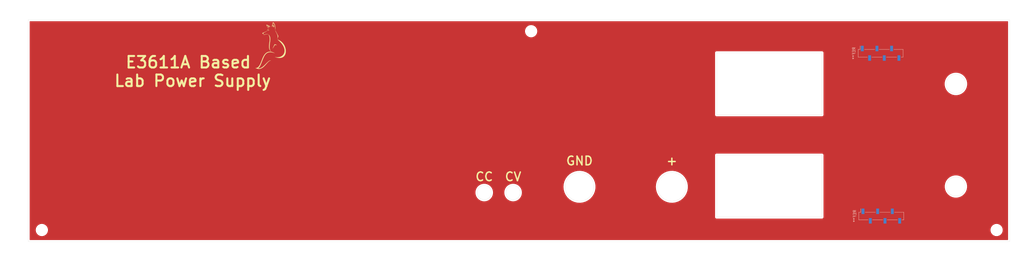
<source format=kicad_pcb>
(kicad_pcb (version 20171130) (host pcbnew 5.1.5+dfsg1-2build2)

  (general
    (thickness 1.6)
    (drawings 24)
    (tracks 0)
    (zones 0)
    (modules 6)
    (nets 1)
  )

  (page A4)
  (layers
    (0 F.Cu signal)
    (31 B.Cu signal)
    (32 B.Adhes user)
    (33 F.Adhes user)
    (34 B.Paste user)
    (35 F.Paste user)
    (36 B.SilkS user)
    (37 F.SilkS user)
    (38 B.Mask user)
    (39 F.Mask user)
    (40 Dwgs.User user)
    (41 Cmts.User user)
    (42 Eco1.User user)
    (43 Eco2.User user)
    (44 Edge.Cuts user)
    (45 Margin user)
    (46 B.CrtYd user)
    (47 F.CrtYd user)
    (48 B.Fab user)
    (49 F.Fab user)
  )

  (setup
    (last_trace_width 0.2)
    (user_trace_width 0.2)
    (user_trace_width 0.3)
    (user_trace_width 0.4)
    (user_trace_width 0.5)
    (user_trace_width 0.7)
    (user_trace_width 1)
    (user_trace_width 2)
    (trace_clearance 0.2)
    (zone_clearance 0.508)
    (zone_45_only no)
    (trace_min 0.2)
    (via_size 0.6)
    (via_drill 0.3)
    (via_min_size 0.4)
    (via_min_drill 0.3)
    (user_via 0.6 0.3)
    (uvia_size 0.3)
    (uvia_drill 0.1)
    (uvias_allowed no)
    (uvia_min_size 0.2)
    (uvia_min_drill 0.1)
    (edge_width 0.05)
    (segment_width 0.2)
    (pcb_text_width 0.3)
    (pcb_text_size 1.5 1.5)
    (mod_edge_width 0.12)
    (mod_text_size 1 1)
    (mod_text_width 0.15)
    (pad_size 1.524 1.524)
    (pad_drill 0.762)
    (pad_to_mask_clearance 0.051)
    (solder_mask_min_width 0.25)
    (aux_axis_origin 0 0)
    (visible_elements FFF9FF7F)
    (pcbplotparams
      (layerselection 0x010fc_ffffffff)
      (usegerberextensions true)
      (usegerberattributes false)
      (usegerberadvancedattributes false)
      (creategerberjobfile false)
      (excludeedgelayer true)
      (linewidth 0.100000)
      (plotframeref false)
      (viasonmask false)
      (mode 1)
      (useauxorigin false)
      (hpglpennumber 1)
      (hpglpenspeed 20)
      (hpglpendiameter 15.000000)
      (psnegative false)
      (psa4output false)
      (plotreference false)
      (plotvalue false)
      (plotinvisibletext false)
      (padsonsilk false)
      (subtractmaskfromsilk false)
      (outputformat 1)
      (mirror false)
      (drillshape 0)
      (scaleselection 1)
      (outputdirectory "GERBERFrontpanel/"))
  )

  (net 0 "")

  (net_class Default "This is the default net class."
    (clearance 0.2)
    (trace_width 0.2)
    (via_dia 0.6)
    (via_drill 0.3)
    (uvia_dia 0.3)
    (uvia_drill 0.1)
  )

  (module MountingHole:MountingHole_3.2mm_M3 (layer F.Cu) (tedit 56D1B4CB) (tstamp 604E930C)
    (at 171.25 54)
    (descr "Mounting Hole 3.2mm, no annular, M3")
    (tags "mounting hole 3.2mm no annular m3")
    (attr virtual)
    (fp_text reference REF** (at 0 -4.2) (layer F.SilkS) hide
      (effects (font (size 1 1) (thickness 0.15)))
    )
    (fp_text value MountingHole_3.2mm_M3 (at 0 4.2) (layer F.Fab)
      (effects (font (size 1 1) (thickness 0.15)))
    )
    (fp_text user %R (at 0.3 0) (layer F.Fab)
      (effects (font (size 1 1) (thickness 0.15)))
    )
    (fp_circle (center 0 0) (end 3.2 0) (layer Cmts.User) (width 0.15))
    (fp_circle (center 0 0) (end 3.45 0) (layer F.CrtYd) (width 0.05))
    (pad 1 np_thru_hole circle (at 0 0) (size 3.2 3.2) (drill 3.2) (layers *.Cu *.Mask))
  )

  (module MountingHole:MountingHole_3.2mm_M3 (layer F.Cu) (tedit 56D1B4CB) (tstamp 60B3F446)
    (at 332.5 123)
    (descr "Mounting Hole 3.2mm, no annular, M3")
    (tags "mounting hole 3.2mm no annular m3")
    (attr virtual)
    (fp_text reference REF** (at 0 -4.2) (layer F.SilkS) hide
      (effects (font (size 1 1) (thickness 0.15)))
    )
    (fp_text value MountingHole_3.2mm_M3 (at 0 4.2) (layer F.Fab)
      (effects (font (size 1 1) (thickness 0.15)))
    )
    (fp_text user %R (at 0.3 0) (layer F.Fab)
      (effects (font (size 1 1) (thickness 0.15)))
    )
    (fp_circle (center 0 0) (end 3.2 0) (layer Cmts.User) (width 0.15))
    (fp_circle (center 0 0) (end 3.45 0) (layer F.CrtYd) (width 0.05))
    (pad 1 np_thru_hole circle (at 0 0) (size 3.2 3.2) (drill 3.2) (layers *.Cu *.Mask))
  )

  (module MountingHole:MountingHole_3.2mm_M3 (layer F.Cu) (tedit 56D1B4CB) (tstamp 60B3F422)
    (at 1.75 123)
    (descr "Mounting Hole 3.2mm, no annular, M3")
    (tags "mounting hole 3.2mm no annular m3")
    (attr virtual)
    (fp_text reference REF** (at 0 -4.2) (layer F.SilkS) hide
      (effects (font (size 1 1) (thickness 0.15)))
    )
    (fp_text value MountingHole_3.2mm_M3 (at 0 4.2) (layer F.Fab)
      (effects (font (size 1 1) (thickness 0.15)))
    )
    (fp_circle (center 0 0) (end 3.45 0) (layer F.CrtYd) (width 0.05))
    (fp_circle (center 0 0) (end 3.2 0) (layer Cmts.User) (width 0.15))
    (fp_text user %R (at 0.3 0) (layer F.Fab)
      (effects (font (size 1 1) (thickness 0.15)))
    )
    (pad 1 np_thru_hole circle (at 0 0) (size 3.2 3.2) (drill 3.2) (layers *.Cu *.Mask))
  )

  (module Connector_PinSocket_2.54mm:PinSocket_1x06_P2.54mm_Vertical_SMD_Pin1Left (layer B.Cu) (tedit 5A19A427) (tstamp 604E8F12)
    (at 292.56 118.15 270)
    (descr "surface-mounted straight socket strip, 1x06, 2.54mm pitch, single row, style 1 (pin 1 left) (https://cdn.harwin.com/pdfs/M20-786.pdf), script generated")
    (tags "Surface mounted socket strip SMD 1x06 2.54mm single row style1 pin1 left")
    (attr smd)
    (fp_text reference REF** (at 0 9.22 270) (layer B.SilkS)
      (effects (font (size 1 1) (thickness 0.15)) (justify mirror))
    )
    (fp_text value PinSocket_1x06_P2.54mm_Vertical_SMD_Pin1Left (at 0 -9.22 270) (layer B.Fab)
      (effects (font (size 1 1) (thickness 0.15)) (justify mirror))
    )
    (fp_line (start -1.33 7.78) (end 1.33 7.78) (layer B.SilkS) (width 0.12))
    (fp_line (start 1.33 7.78) (end 1.33 4.57) (layer B.SilkS) (width 0.12))
    (fp_line (start 1.33 3.05) (end 1.33 -0.51) (layer B.SilkS) (width 0.12))
    (fp_line (start 1.33 -2.03) (end 1.33 -5.59) (layer B.SilkS) (width 0.12))
    (fp_line (start 1.33 -7.11) (end 1.33 -7.78) (layer B.SilkS) (width 0.12))
    (fp_line (start -1.33 -7.78) (end 1.33 -7.78) (layer B.SilkS) (width 0.12))
    (fp_line (start -1.33 7.78) (end -1.33 7.11) (layer B.SilkS) (width 0.12))
    (fp_line (start -1.33 5.59) (end -1.33 2.03) (layer B.SilkS) (width 0.12))
    (fp_line (start -1.33 0.51) (end -1.33 -3.05) (layer B.SilkS) (width 0.12))
    (fp_line (start -1.33 -4.57) (end -1.33 -7.78) (layer B.SilkS) (width 0.12))
    (fp_line (start -2.54 7.11) (end -1.33 7.11) (layer B.SilkS) (width 0.12))
    (fp_line (start -0.635 7.72) (end 1.27 7.72) (layer B.Fab) (width 0.1))
    (fp_line (start 1.27 7.72) (end 1.27 -7.72) (layer B.Fab) (width 0.1))
    (fp_line (start 1.27 -7.72) (end -1.27 -7.72) (layer B.Fab) (width 0.1))
    (fp_line (start -1.27 -7.72) (end -1.27 7.085) (layer B.Fab) (width 0.1))
    (fp_line (start -1.27 7.085) (end -0.635 7.72) (layer B.Fab) (width 0.1))
    (fp_line (start -2.27 6.65) (end -1.27 6.65) (layer B.Fab) (width 0.1))
    (fp_line (start -1.27 6.05) (end -2.27 6.05) (layer B.Fab) (width 0.1))
    (fp_line (start -2.27 6.05) (end -2.27 6.65) (layer B.Fab) (width 0.1))
    (fp_line (start 1.27 4.11) (end 2.27 4.11) (layer B.Fab) (width 0.1))
    (fp_line (start 2.27 4.11) (end 2.27 3.51) (layer B.Fab) (width 0.1))
    (fp_line (start 2.27 3.51) (end 1.27 3.51) (layer B.Fab) (width 0.1))
    (fp_line (start -2.27 1.57) (end -1.27 1.57) (layer B.Fab) (width 0.1))
    (fp_line (start -1.27 0.97) (end -2.27 0.97) (layer B.Fab) (width 0.1))
    (fp_line (start -2.27 0.97) (end -2.27 1.57) (layer B.Fab) (width 0.1))
    (fp_line (start 1.27 -0.97) (end 2.27 -0.97) (layer B.Fab) (width 0.1))
    (fp_line (start 2.27 -0.97) (end 2.27 -1.57) (layer B.Fab) (width 0.1))
    (fp_line (start 2.27 -1.57) (end 1.27 -1.57) (layer B.Fab) (width 0.1))
    (fp_line (start -2.27 -3.51) (end -1.27 -3.51) (layer B.Fab) (width 0.1))
    (fp_line (start -1.27 -4.11) (end -2.27 -4.11) (layer B.Fab) (width 0.1))
    (fp_line (start -2.27 -4.11) (end -2.27 -3.51) (layer B.Fab) (width 0.1))
    (fp_line (start 1.27 -6.05) (end 2.27 -6.05) (layer B.Fab) (width 0.1))
    (fp_line (start 2.27 -6.05) (end 2.27 -6.65) (layer B.Fab) (width 0.1))
    (fp_line (start 2.27 -6.65) (end 1.27 -6.65) (layer B.Fab) (width 0.1))
    (fp_line (start -3.1 8.25) (end 3.1 8.25) (layer B.CrtYd) (width 0.05))
    (fp_line (start 3.1 8.25) (end 3.1 -8.2) (layer B.CrtYd) (width 0.05))
    (fp_line (start 3.1 -8.2) (end -3.1 -8.2) (layer B.CrtYd) (width 0.05))
    (fp_line (start -3.1 -8.2) (end -3.1 8.25) (layer B.CrtYd) (width 0.05))
    (fp_text user %R (at 0 0) (layer B.Fab)
      (effects (font (size 1 1) (thickness 0.15)) (justify mirror))
    )
    (pad 1 smd rect (at -1.65 6.35 270) (size 1.9 1) (layers B.Cu B.Paste B.Mask))
    (pad 3 smd rect (at -1.65 1.27 270) (size 1.9 1) (layers B.Cu B.Paste B.Mask))
    (pad 5 smd rect (at -1.65 -3.81 270) (size 1.9 1) (layers B.Cu B.Paste B.Mask))
    (pad 2 smd rect (at 1.65 3.81 270) (size 1.9 1) (layers B.Cu B.Paste B.Mask))
    (pad 4 smd rect (at 1.65 -1.27 270) (size 1.9 1) (layers B.Cu B.Paste B.Mask))
    (pad 6 smd rect (at 1.65 -6.35 270) (size 1.9 1) (layers B.Cu B.Paste B.Mask))
    (model ${KISYS3DMOD}/Connector_PinSocket_2.54mm.3dshapes/PinSocket_1x06_P2.54mm_Vertical_SMD_Pin1Left.wrl
      (at (xyz 0 0 0))
      (scale (xyz 1 1 1))
      (rotate (xyz 0 0 0))
    )
  )

  (module Connector_PinSocket_2.54mm:PinSocket_1x06_P2.54mm_Vertical_SMD_Pin1Left (layer B.Cu) (tedit 5A19A427) (tstamp 604E8EE0)
    (at 292.31 61.65 270)
    (descr "surface-mounted straight socket strip, 1x06, 2.54mm pitch, single row, style 1 (pin 1 left) (https://cdn.harwin.com/pdfs/M20-786.pdf), script generated")
    (tags "Surface mounted socket strip SMD 1x06 2.54mm single row style1 pin1 left")
    (attr smd)
    (fp_text reference REF** (at 0 9.22 270) (layer B.SilkS)
      (effects (font (size 1 1) (thickness 0.15)) (justify mirror))
    )
    (fp_text value PinSocket_1x06_P2.54mm_Vertical_SMD_Pin1Left (at 0 -9.22 270) (layer B.Fab)
      (effects (font (size 1 1) (thickness 0.15)) (justify mirror))
    )
    (fp_text user %R (at 0 0) (layer B.Fab)
      (effects (font (size 1 1) (thickness 0.15)) (justify mirror))
    )
    (fp_line (start -3.1 -8.2) (end -3.1 8.25) (layer B.CrtYd) (width 0.05))
    (fp_line (start 3.1 -8.2) (end -3.1 -8.2) (layer B.CrtYd) (width 0.05))
    (fp_line (start 3.1 8.25) (end 3.1 -8.2) (layer B.CrtYd) (width 0.05))
    (fp_line (start -3.1 8.25) (end 3.1 8.25) (layer B.CrtYd) (width 0.05))
    (fp_line (start 2.27 -6.65) (end 1.27 -6.65) (layer B.Fab) (width 0.1))
    (fp_line (start 2.27 -6.05) (end 2.27 -6.65) (layer B.Fab) (width 0.1))
    (fp_line (start 1.27 -6.05) (end 2.27 -6.05) (layer B.Fab) (width 0.1))
    (fp_line (start -2.27 -4.11) (end -2.27 -3.51) (layer B.Fab) (width 0.1))
    (fp_line (start -1.27 -4.11) (end -2.27 -4.11) (layer B.Fab) (width 0.1))
    (fp_line (start -2.27 -3.51) (end -1.27 -3.51) (layer B.Fab) (width 0.1))
    (fp_line (start 2.27 -1.57) (end 1.27 -1.57) (layer B.Fab) (width 0.1))
    (fp_line (start 2.27 -0.97) (end 2.27 -1.57) (layer B.Fab) (width 0.1))
    (fp_line (start 1.27 -0.97) (end 2.27 -0.97) (layer B.Fab) (width 0.1))
    (fp_line (start -2.27 0.97) (end -2.27 1.57) (layer B.Fab) (width 0.1))
    (fp_line (start -1.27 0.97) (end -2.27 0.97) (layer B.Fab) (width 0.1))
    (fp_line (start -2.27 1.57) (end -1.27 1.57) (layer B.Fab) (width 0.1))
    (fp_line (start 2.27 3.51) (end 1.27 3.51) (layer B.Fab) (width 0.1))
    (fp_line (start 2.27 4.11) (end 2.27 3.51) (layer B.Fab) (width 0.1))
    (fp_line (start 1.27 4.11) (end 2.27 4.11) (layer B.Fab) (width 0.1))
    (fp_line (start -2.27 6.05) (end -2.27 6.65) (layer B.Fab) (width 0.1))
    (fp_line (start -1.27 6.05) (end -2.27 6.05) (layer B.Fab) (width 0.1))
    (fp_line (start -2.27 6.65) (end -1.27 6.65) (layer B.Fab) (width 0.1))
    (fp_line (start -1.27 7.085) (end -0.635 7.72) (layer B.Fab) (width 0.1))
    (fp_line (start -1.27 -7.72) (end -1.27 7.085) (layer B.Fab) (width 0.1))
    (fp_line (start 1.27 -7.72) (end -1.27 -7.72) (layer B.Fab) (width 0.1))
    (fp_line (start 1.27 7.72) (end 1.27 -7.72) (layer B.Fab) (width 0.1))
    (fp_line (start -0.635 7.72) (end 1.27 7.72) (layer B.Fab) (width 0.1))
    (fp_line (start -2.54 7.11) (end -1.33 7.11) (layer B.SilkS) (width 0.12))
    (fp_line (start -1.33 -4.57) (end -1.33 -7.78) (layer B.SilkS) (width 0.12))
    (fp_line (start -1.33 0.51) (end -1.33 -3.05) (layer B.SilkS) (width 0.12))
    (fp_line (start -1.33 5.59) (end -1.33 2.03) (layer B.SilkS) (width 0.12))
    (fp_line (start -1.33 7.78) (end -1.33 7.11) (layer B.SilkS) (width 0.12))
    (fp_line (start -1.33 -7.78) (end 1.33 -7.78) (layer B.SilkS) (width 0.12))
    (fp_line (start 1.33 -7.11) (end 1.33 -7.78) (layer B.SilkS) (width 0.12))
    (fp_line (start 1.33 -2.03) (end 1.33 -5.59) (layer B.SilkS) (width 0.12))
    (fp_line (start 1.33 3.05) (end 1.33 -0.51) (layer B.SilkS) (width 0.12))
    (fp_line (start 1.33 7.78) (end 1.33 4.57) (layer B.SilkS) (width 0.12))
    (fp_line (start -1.33 7.78) (end 1.33 7.78) (layer B.SilkS) (width 0.12))
    (pad 6 smd rect (at 1.65 -6.35 270) (size 1.9 1) (layers B.Cu B.Paste B.Mask))
    (pad 4 smd rect (at 1.65 -1.27 270) (size 1.9 1) (layers B.Cu B.Paste B.Mask))
    (pad 2 smd rect (at 1.65 3.81 270) (size 1.9 1) (layers B.Cu B.Paste B.Mask))
    (pad 5 smd rect (at -1.65 -3.81 270) (size 1.9 1) (layers B.Cu B.Paste B.Mask))
    (pad 3 smd rect (at -1.65 1.27 270) (size 1.9 1) (layers B.Cu B.Paste B.Mask))
    (pad 1 smd rect (at -1.65 6.35 270) (size 1.9 1) (layers B.Cu B.Paste B.Mask))
    (model ${KISYS3DMOD}/Connector_PinSocket_2.54mm.3dshapes/PinSocket_1x06_P2.54mm_Vertical_SMD_Pin1Left.wrl
      (at (xyz 0 0 0))
      (scale (xyz 1 1 1))
      (rotate (xyz 0 0 0))
    )
  )

  (module riklib:logo10mm (layer F.Cu) (tedit 0) (tstamp 604F8D3E)
    (at 81 59)
    (fp_text reference G*** (at 0 0) (layer F.SilkS) hide
      (effects (font (size 1.524 1.524) (thickness 0.3)))
    )
    (fp_text value LOGO (at 0.75 0) (layer F.SilkS) hide
      (effects (font (size 1.524 1.524) (thickness 0.3)))
    )
    (fp_poly (pts (xy 0.900289 -7.472025) (xy 0.898502 -7.455994) (xy 0.887858 -7.404941) (xy 0.874922 -7.336553)
      (xy 0.860814 -7.257593) (xy 0.846659 -7.174824) (xy 0.833576 -7.095009) (xy 0.822689 -7.024911)
      (xy 0.815119 -6.971294) (xy 0.811988 -6.94092) (xy 0.812339 -6.936623) (xy 0.825528 -6.945621)
      (xy 0.856049 -6.97555) (xy 0.89939 -7.021753) (xy 0.951038 -7.079575) (xy 0.952334 -7.081056)
      (xy 1.02138 -7.158035) (xy 1.070556 -7.208153) (xy 1.100045 -7.231565) (xy 1.110028 -7.228425)
      (xy 1.106093 -7.212086) (xy 1.071109 -7.114791) (xy 1.037355 -7.017621) (xy 1.006536 -6.92585)
      (xy 0.980354 -6.84475) (xy 0.960512 -6.779594) (xy 0.948713 -6.735655) (xy 0.94659 -6.718267)
      (xy 0.965594 -6.718802) (xy 1.009935 -6.727471) (xy 1.072722 -6.742754) (xy 1.137232 -6.760317)
      (xy 1.210205 -6.780331) (xy 1.27041 -6.795441) (xy 1.311071 -6.804037) (xy 1.325296 -6.804947)
      (xy 1.317029 -6.790946) (xy 1.290832 -6.756142) (xy 1.250647 -6.70529) (xy 1.200419 -6.643148)
      (xy 1.144093 -6.574471) (xy 1.08561 -6.504014) (xy 1.028917 -6.436536) (xy 0.977956 -6.376791)
      (xy 0.936671 -6.329537) (xy 0.909007 -6.299528) (xy 0.899229 -6.291126) (xy 0.891523 -6.298702)
      (xy 0.896896 -6.316709) (xy 0.911396 -6.359279) (xy 0.93259 -6.419383) (xy 0.95004 -6.467934)
      (xy 0.977477 -6.543987) (xy 0.991976 -6.591968) (xy 0.991069 -6.615776) (xy 0.972283 -6.619312)
      (xy 0.933149 -6.606477) (xy 0.876853 -6.583482) (xy 0.835954 -6.568096) (xy 0.809149 -6.560451)
      (xy 0.80704 -6.560265) (xy 0.804657 -6.575133) (xy 0.810251 -6.614474) (xy 0.822618 -6.670396)
      (xy 0.825627 -6.682219) (xy 0.840873 -6.741399) (xy 0.852186 -6.786229) (xy 0.857451 -6.808309)
      (xy 0.857592 -6.809186) (xy 0.845316 -6.803395) (xy 0.813389 -6.783177) (xy 0.78336 -6.762928)
      (xy 0.740217 -6.734335) (xy 0.709092 -6.715723) (xy 0.699575 -6.711656) (xy 0.695939 -6.726613)
      (xy 0.697037 -6.764698) (xy 0.699626 -6.791557) (xy 0.708939 -6.871457) (xy 0.636224 -6.758651)
      (xy 0.594147 -6.696458) (xy 0.564391 -6.658871) (xy 0.548296 -6.646938) (xy 0.547198 -6.661709)
      (xy 0.560277 -6.69904) (xy 0.572983 -6.730028) (xy 0.596307 -6.786951) (xy 0.628118 -6.864613)
      (xy 0.666289 -6.957814) (xy 0.708689 -7.061357) (xy 0.732524 -7.11957) (xy 0.775208 -7.222684)
      (xy 0.814127 -7.314547) (xy 0.847378 -7.390846) (xy 0.873062 -7.447266) (xy 0.889275 -7.479493)
      (xy 0.893758 -7.485431) (xy 0.900289 -7.472025)) (layer F.SilkS) (width 0.01))
    (fp_poly (pts (xy -1.000514 -6.753989) (xy -0.95241 -6.739917) (xy -0.881969 -6.717442) (xy -0.793843 -6.688075)
      (xy -0.692688 -6.653325) (xy -0.622384 -6.628648) (xy -0.49391 -6.582626) (xy -0.397077 -6.546629)
      (xy -0.331491 -6.520417) (xy -0.296756 -6.503749) (xy -0.292475 -6.496386) (xy -0.318252 -6.498088)
      (xy -0.373692 -6.508614) (xy -0.454173 -6.526734) (xy -0.545155 -6.54783) (xy -0.605369 -6.560715)
      (xy -0.636757 -6.565043) (xy -0.641261 -6.560467) (xy -0.620822 -6.546639) (xy -0.577384 -6.523215)
      (xy -0.550894 -6.509473) (xy -0.49247 -6.478138) (xy -0.447585 -6.451887) (xy -0.42309 -6.434821)
      (xy -0.42053 -6.431384) (xy -0.436052 -6.427796) (xy -0.477672 -6.427101) (xy -0.53797 -6.429292)
      (xy -0.573783 -6.431536) (xy -0.727036 -6.442414) (xy -0.611631 -6.333855) (xy -0.563857 -6.287364)
      (xy -0.5294 -6.25078) (xy -0.51271 -6.229013) (xy -0.513047 -6.225107) (xy -0.532195 -6.233876)
      (xy -0.574121 -6.258208) (xy -0.633654 -6.294943) (xy -0.705625 -6.340918) (xy -0.752541 -6.371566)
      (xy -0.828213 -6.421904) (xy -0.892886 -6.465882) (xy -0.941801 -6.500188) (xy -0.970202 -6.521509)
      (xy -0.975421 -6.526744) (xy -0.960601 -6.530681) (xy -0.922931 -6.530722) (xy -0.901626 -6.52939)
      (xy -0.840175 -6.525932) (xy -0.805375 -6.529317) (xy -0.797332 -6.54235) (xy -0.816151 -6.567836)
      (xy -0.861939 -6.60858) (xy -0.905959 -6.644371) (xy -0.959961 -6.689505) (xy -0.999796 -6.726453)
      (xy -1.020961 -6.750784) (xy -1.021628 -6.758151) (xy -1.000514 -6.753989)) (layer F.SilkS) (width 0.01))
    (fp_poly (pts (xy -1.473297 -7.259041) (xy -1.427592 -7.248948) (xy -1.361907 -7.23093) (xy -1.282064 -7.206773)
      (xy -1.193881 -7.178262) (xy -1.103177 -7.147183) (xy -1.015772 -7.115324) (xy -0.98404 -7.103152)
      (xy -0.719027 -6.989284) (xy -0.484955 -6.866205) (xy -0.280157 -6.732973) (xy -0.159802 -6.638673)
      (xy -0.111412 -6.597858) (xy -0.073707 -6.566278) (xy -0.053388 -6.54954) (xy -0.051866 -6.54837)
      (xy -0.051866 -6.536625) (xy -0.069046 -6.540278) (xy -0.111267 -6.555041) (xy -0.172668 -6.578715)
      (xy -0.247393 -6.6091) (xy -0.269139 -6.618188) (xy -0.362189 -6.657301) (xy -0.474215 -6.70439)
      (xy -0.593183 -6.754398) (xy -0.707057 -6.802263) (xy -0.74462 -6.818053) (xy -0.871333 -6.870021)
      (xy -0.985902 -6.914483) (xy -1.084824 -6.950249) (xy -1.164593 -6.97613) (xy -1.221706 -6.990936)
      (xy -1.252658 -6.993478) (xy -1.256244 -6.991748) (xy -1.252947 -6.974218) (xy -1.239075 -6.929028)
      (xy -1.215946 -6.859988) (xy -1.184881 -6.770908) (xy -1.147199 -6.665598) (xy -1.10422 -6.547869)
      (xy -1.077599 -6.475972) (xy -1.031972 -6.352452) (xy -0.990659 -6.238852) (xy -0.955017 -6.139046)
      (xy -0.926405 -6.056907) (xy -0.906179 -5.996308) (xy -0.895699 -5.961124) (xy -0.894601 -5.953944)
      (xy -0.90272 -5.964063) (xy -0.922735 -6.000927) (xy -0.952708 -6.060613) (xy -0.990703 -6.139198)
      (xy -1.034782 -6.232759) (xy -1.071502 -6.312214) (xy -1.129253 -6.438091) (xy -1.191627 -6.573901)
      (xy -1.254237 -6.710098) (xy -1.312692 -6.837136) (xy -1.362604 -6.945469) (xy -1.373018 -6.968043)
      (xy -1.413623 -7.057637) (xy -1.447981 -7.13653) (xy -1.474048 -7.199769) (xy -1.489782 -7.242403)
      (xy -1.493206 -7.259422) (xy -1.473297 -7.259041)) (layer F.SilkS) (width 0.01))
    (fp_poly (pts (xy 0.873313 -8.063362) (xy 0.91982 -8.034407) (xy 0.977037 -7.992525) (xy 1.038217 -7.942932)
      (xy 1.09661 -7.890846) (xy 1.145467 -7.841483) (xy 1.145856 -7.841053) (xy 1.254304 -7.703588)
      (xy 1.348221 -7.546849) (xy 1.427957 -7.369317) (xy 1.493864 -7.169476) (xy 1.546291 -6.945809)
      (xy 1.585589 -6.696796) (xy 1.612107 -6.420922) (xy 1.626197 -6.116668) (xy 1.628207 -5.782518)
      (xy 1.627834 -5.752848) (xy 1.626162 -5.645284) (xy 1.624359 -5.551074) (xy 1.622539 -5.474686)
      (xy 1.620816 -5.42059) (xy 1.619305 -5.393257) (xy 1.618618 -5.391192) (xy 1.615531 -5.412258)
      (xy 1.609154 -5.461557) (xy 1.600128 -5.533913) (xy 1.589098 -5.624149) (xy 1.576707 -5.727086)
      (xy 1.572631 -5.761259) (xy 1.536722 -6.051087) (xy 1.501574 -6.309552) (xy 1.46672 -6.538909)
      (xy 1.431692 -6.741415) (xy 1.396022 -6.919325) (xy 1.359243 -7.074896) (xy 1.320888 -7.210384)
      (xy 1.28049 -7.328044) (xy 1.23758 -7.430134) (xy 1.218849 -7.46861) (xy 1.150376 -7.582665)
      (xy 1.077083 -7.665626) (xy 0.999896 -7.716727) (xy 0.919737 -7.735205) (xy 0.897668 -7.734498)
      (xy 0.838552 -7.729338) (xy 0.587591 -7.149007) (xy 0.530308 -7.016559) (xy 0.476686 -6.892605)
      (xy 0.428323 -6.780836) (xy 0.386815 -6.684938) (xy 0.353759 -6.608602) (xy 0.330751 -6.555515)
      (xy 0.319387 -6.529367) (xy 0.319075 -6.528654) (xy 0.303578 -6.501763) (xy 0.293604 -6.496551)
      (xy 0.297252 -6.513589) (xy 0.310851 -6.559193) (xy 0.333344 -6.63014) (xy 0.363672 -6.723205)
      (xy 0.400777 -6.835166) (xy 0.4436 -6.962798) (xy 0.491083 -7.102878) (xy 0.530374 -7.21783)
      (xy 0.594433 -7.404544) (xy 0.648504 -7.561936) (xy 0.693506 -7.692511) (xy 0.730355 -7.798772)
      (xy 0.75997 -7.883223) (xy 0.783268 -7.948368) (xy 0.801168 -7.996712) (xy 0.814587 -8.030758)
      (xy 0.824443 -8.053011) (xy 0.831653 -8.065974) (xy 0.837137 -8.072152) (xy 0.841811 -8.074047)
      (xy 0.844267 -8.074172) (xy 0.873313 -8.063362)) (layer F.SilkS) (width 0.01))
    (fp_poly (pts (xy -0.471606 -5.439908) (xy -0.470994 -5.435372) (xy -0.484852 -5.417302) (xy -0.503314 -5.408433)
      (xy -0.530655 -5.39277) (xy -0.57424 -5.360409) (xy -0.625745 -5.317632) (xy -0.638519 -5.306372)
      (xy -0.689881 -5.263511) (xy -0.734826 -5.231287) (xy -0.765439 -5.215231) (xy -0.770206 -5.214385)
      (xy -0.805616 -5.211584) (xy -0.854717 -5.204962) (xy -0.862086 -5.203773) (xy -0.905349 -5.199889)
      (xy -0.923425 -5.208325) (xy -0.925103 -5.216574) (xy -0.913873 -5.25438) (xy -0.892589 -5.290733)
      (xy -0.830142 -5.290733) (xy -0.829193 -5.269416) (xy -0.807448 -5.266024) (xy -0.771847 -5.27944)
      (xy -0.731722 -5.306565) (xy -0.700526 -5.333217) (xy -0.693926 -5.345068) (xy -0.710225 -5.348305)
      (xy -0.720212 -5.348534) (xy -0.775675 -5.338425) (xy -0.817578 -5.310676) (xy -0.830142 -5.290733)
      (xy -0.892589 -5.290733) (xy -0.885957 -5.302059) (xy -0.849779 -5.347095) (xy -0.819392 -5.373583)
      (xy -0.784145 -5.387954) (xy -0.72638 -5.402652) (xy -0.657087 -5.415006) (xy -0.638887 -5.41746)
      (xy -0.57292 -5.426492) (xy -0.51996 -5.435154) (xy -0.488767 -5.441966) (xy -0.484735 -5.443559)
      (xy -0.471606 -5.439908)) (layer F.SilkS) (width 0.01))
    (fp_poly (pts (xy -0.537343 -5.904616) (xy -0.569378 -5.881054) (xy -0.616899 -5.850121) (xy -0.621428 -5.847315)
      (xy -0.751176 -5.75356) (xy -0.879965 -5.63559) (xy -0.999859 -5.5021) (xy -1.102923 -5.361785)
      (xy -1.170222 -5.24593) (xy -1.198644 -5.191197) (xy -1.221418 -5.150493) (xy -1.234406 -5.131133)
      (xy -1.235512 -5.130464) (xy -1.237912 -5.145144) (xy -1.234976 -5.181599) (xy -1.233342 -5.193543)
      (xy -1.203492 -5.301545) (xy -1.14644 -5.417275) (xy -1.065702 -5.534743) (xy -0.969513 -5.643241)
      (xy -0.906409 -5.703503) (xy -0.843042 -5.75877) (xy -0.787859 -5.801938) (xy -0.756794 -5.822171)
      (xy -0.697279 -5.852712) (xy -0.636567 -5.880553) (xy -0.582642 -5.90243) (xy -0.543491 -5.915078)
      (xy -0.527513 -5.915902) (xy -0.537343 -5.904616)) (layer F.SilkS) (width 0.01))
    (fp_poly (pts (xy -1.229452 -5.038136) (xy -1.231335 -5.027673) (xy -1.247774 -5.015285) (xy -1.291196 -4.990225)
      (xy -1.358194 -4.954254) (xy -1.445362 -4.909134) (xy -1.549294 -4.856626) (xy -1.666584 -4.798493)
      (xy -1.793825 -4.736495) (xy -1.801232 -4.732918) (xy -2.363378 -4.461531) (xy -2.481126 -4.24169)
      (xy -2.523079 -4.163885) (xy -2.559639 -4.097064) (xy -2.587796 -4.046651) (xy -2.60454 -4.018074)
      (xy -2.607554 -4.01378) (xy -2.621322 -4.0225) (xy -2.652743 -4.052108) (xy -2.697356 -4.098137)
      (xy -2.750699 -4.156123) (xy -2.758945 -4.165316) (xy -2.813252 -4.22665) (xy -2.858827 -4.27925)
      (xy -2.891231 -4.317912) (xy -2.906028 -4.337435) (xy -2.906404 -4.338228) (xy -2.892223 -4.346961)
      (xy -2.849724 -4.36717) (xy -2.781745 -4.397635) (xy -2.691122 -4.437134) (xy -2.580692 -4.484449)
      (xy -2.453293 -4.538359) (xy -2.311761 -4.597643) (xy -2.158933 -4.661082) (xy -2.082165 -4.692745)
      (xy -1.924245 -4.75779) (xy -1.775632 -4.819088) (xy -1.639247 -4.875428) (xy -1.518013 -4.925599)
      (xy -1.414852 -4.968389) (xy -1.332686 -5.002588) (xy -1.274436 -5.026985) (xy -1.243026 -5.040367)
      (xy -1.238381 -5.042498) (xy -1.229452 -5.038136)) (layer F.SilkS) (width 0.01))
    (fp_poly (pts (xy -0.783918 -4.018679) (xy -0.771335 -4.014457) (xy -0.787936 -4.006926) (xy -0.834327 -3.995968)
      (xy -0.911114 -3.981471) (xy -1.018902 -3.963319) (xy -1.158297 -3.941396) (xy -1.329905 -3.91559)
      (xy -1.522318 -3.887515) (xy -1.676184 -3.865313) (xy -1.82119 -3.844373) (xy -1.953632 -3.825232)
      (xy -2.069807 -3.808425) (xy -2.166012 -3.794489) (xy -2.238543 -3.783959) (xy -2.283697 -3.777371)
      (xy -2.296093 -3.775536) (xy -2.327166 -3.775397) (xy -2.360368 -3.787496) (xy -2.40355 -3.815769)
      (xy -2.451689 -3.853603) (xy -2.500687 -3.895319) (xy -2.537505 -3.930033) (xy -2.555851 -3.951702)
      (xy -2.556822 -3.95456) (xy -2.556114 -3.964157) (xy -2.549847 -3.967574) (xy -2.531802 -3.963217)
      (xy -2.495758 -3.94949) (xy -2.435499 -3.924801) (xy -2.426887 -3.921249) (xy -2.309146 -3.872697)
      (xy -1.59613 -3.94592) (xy -1.44264 -3.961558) (xy -1.297764 -3.97608) (xy -1.165312 -3.989122)
      (xy -1.0491 -4.000318) (xy -0.95294 -4.009303) (xy -0.880645 -4.015714) (xy -0.836029 -4.019184)
      (xy -0.82508 -4.019704) (xy -0.783918 -4.018679)) (layer F.SilkS) (width 0.01))
    (fp_poly (pts (xy 1.632462 -5.260544) (xy 1.655689 -5.230888) (xy 1.689583 -5.173251) (xy 1.734939 -5.086473)
      (xy 1.773571 -5.00851) (xy 1.811018 -4.933587) (xy 1.8619 -4.834474) (xy 1.923432 -4.716457)
      (xy 1.992828 -4.58482) (xy 2.067303 -4.444848) (xy 2.144073 -4.301826) (xy 2.215174 -4.170551)
      (xy 2.28867 -4.034793) (xy 2.359962 -3.901785) (xy 2.426742 -3.775929) (xy 2.486703 -3.661626)
      (xy 2.537535 -3.563278) (xy 2.576932 -3.485287) (xy 2.602584 -3.432055) (xy 2.603832 -3.429311)
      (xy 2.676075 -3.269506) (xy 2.51853 -2.825855) (xy 2.46399 -2.674557) (xy 2.41889 -2.554579)
      (xy 2.38284 -2.465071) (xy 2.355449 -2.40518) (xy 2.336326 -2.374054) (xy 2.325082 -2.370839)
      (xy 2.321326 -2.394684) (xy 2.321324 -2.395438) (xy 2.327051 -2.425333) (xy 2.341753 -2.473624)
      (xy 2.354448 -2.509066) (xy 2.396112 -2.639151) (xy 2.42259 -2.773923) (xy 2.435063 -2.922179)
      (xy 2.434713 -3.092717) (xy 2.434323 -3.10351) (xy 2.427448 -3.221245) (xy 2.415159 -3.333219)
      (xy 2.396146 -3.443313) (xy 2.369095 -3.55541) (xy 2.332696 -3.673394) (xy 2.285637 -3.801145)
      (xy 2.226605 -3.942547) (xy 2.154291 -4.101482) (xy 2.067381 -4.281832) (xy 1.971165 -4.474437)
      (xy 1.87204 -4.671838) (xy 1.788973 -4.840295) (xy 1.722004 -4.979721) (xy 1.671175 -5.090029)
      (xy 1.636525 -5.171131) (xy 1.618097 -5.222939) (xy 1.614834 -5.240556) (xy 1.619109 -5.263379)
      (xy 1.632462 -5.260544)) (layer F.SilkS) (width 0.01))
    (fp_poly (pts (xy 1.412382 -0.471808) (xy 1.45861 -0.461911) (xy 1.525676 -0.444417) (xy 1.608245 -0.421006)
      (xy 1.700981 -0.393358) (xy 1.798551 -0.36315) (xy 1.89562 -0.332063) (xy 1.986853 -0.301776)
      (xy 2.066917 -0.273968) (xy 2.130476 -0.250317) (xy 2.172197 -0.232504) (xy 2.186755 -0.22236)
      (xy 2.181082 -0.214989) (xy 2.161582 -0.209913) (xy 2.124535 -0.207019) (xy 2.066218 -0.206196)
      (xy 1.98291 -0.207331) (xy 1.870891 -0.210312) (xy 1.829304 -0.211608) (xy 1.471854 -0.223023)
      (xy 1.136437 0.330045) (xy 1.041388 0.486754) (xy 0.962282 0.617014) (xy 0.897604 0.723134)
      (xy 0.845839 0.807424) (xy 0.805471 0.872192) (xy 0.774986 0.919748) (xy 0.752869 0.9524)
      (xy 0.737604 0.972458) (xy 0.727676 0.982231) (xy 0.72157 0.984028) (xy 0.717772 0.980158)
      (xy 0.714765 0.972931) (xy 0.714706 0.972778) (xy 0.72016 0.95414) (xy 0.738523 0.908874)
      (xy 0.768075 0.84065) (xy 0.807096 0.753135) (xy 0.853867 0.649998) (xy 0.906668 0.534906)
      (xy 0.963778 0.411528) (xy 1.023478 0.283532) (xy 1.084047 0.154586) (xy 1.143767 0.028359)
      (xy 1.200916 -0.091483) (xy 1.253775 -0.201269) (xy 1.300625 -0.297333) (xy 1.339745 -0.376005)
      (xy 1.369416 -0.433619) (xy 1.387916 -0.466505) (xy 1.392324 -0.47243) (xy 1.412382 -0.471808)) (layer F.SilkS) (width 0.01))
    (fp_poly (pts (xy -0.697707 -3.827144) (xy -0.665888 -3.799845) (xy -0.622957 -3.756942) (xy -0.57382 -3.703805)
      (xy -0.523384 -3.645805) (xy -0.476555 -3.588311) (xy -0.43824 -3.536692) (xy -0.427155 -3.520081)
      (xy -0.337323 -3.364622) (xy -0.26298 -3.201718) (xy -0.203783 -3.028605) (xy -0.15939 -2.842523)
      (xy -0.129459 -2.640708) (xy -0.113649 -2.420398) (xy -0.111619 -2.178831) (xy -0.123026 -1.913246)
      (xy -0.147529 -1.620878) (xy -0.16857 -1.429802) (xy -0.180237 -1.333114) (xy -0.19518 -1.211689)
      (xy -0.212321 -1.074147) (xy -0.230583 -0.929109) (xy -0.248886 -0.785198) (xy -0.259833 -0.699933)
      (xy -0.29148 -0.441885) (xy -0.316058 -0.212137) (xy -0.333879 -0.006166) (xy -0.345253 0.180551)
      (xy -0.350493 0.352536) (xy -0.349909 0.514312) (xy -0.348001 0.580331) (xy -0.328061 0.856567)
      (xy -0.28859 1.107858) (xy -0.228495 1.337399) (xy -0.146688 1.548383) (xy -0.042076 1.744002)
      (xy 0.08643 1.927451) (xy 0.130577 1.981506) (xy 0.166891 2.026616) (xy 0.191269 2.061032)
      (xy 0.198721 2.077668) (xy 0.198531 2.077937) (xy 0.184581 2.069653) (xy 0.152075 2.041677)
      (xy 0.105907 1.998435) (xy 0.052767 1.946154) (xy -0.122971 1.749055) (xy -0.268455 1.540284)
      (xy -0.38534 1.316731) (xy -0.47528 1.075287) (xy -0.533745 0.844125) (xy -0.543905 0.787008)
      (xy -0.55159 0.724793) (xy -0.557094 0.651978) (xy -0.560709 0.56306) (xy -0.562727 0.452539)
      (xy -0.563443 0.314912) (xy -0.563455 0.28596) (xy -0.563339 0.184849) (xy -0.562768 0.096707)
      (xy -0.561362 0.017361) (xy -0.558744 -0.057358) (xy -0.554536 -0.131621) (xy -0.548359 -0.209597)
      (xy -0.539835 -0.295458) (xy -0.528585 -0.393374) (xy -0.514231 -0.507515) (xy -0.496396 -0.642052)
      (xy -0.4747 -0.801154) (xy -0.448765 -0.988993) (xy -0.445958 -1.009272) (xy -0.418911 -1.206674)
      (xy -0.396529 -1.375498) (xy -0.37839 -1.520423) (xy -0.36407 -1.646125) (xy -0.353145 -1.757283)
      (xy -0.345192 -1.858574) (xy -0.339787 -1.954676) (xy -0.336507 -2.050266) (xy -0.334928 -2.150022)
      (xy -0.334606 -2.239141) (xy -0.344017 -2.534985) (xy -0.372786 -2.807919) (xy -0.422077 -3.063334)
      (xy -0.493054 -3.306618) (xy -0.586881 -3.543161) (xy -0.640856 -3.656848) (xy -0.673381 -3.724584)
      (xy -0.69797 -3.78097) (xy -0.71196 -3.819529) (xy -0.713508 -3.833471) (xy -0.697707 -3.827144)) (layer F.SilkS) (width 0.01))
    (fp_poly (pts (xy 2.395477 -2.110917) (xy 2.441109 -2.098414) (xy 2.506641 -2.076134) (xy 2.586704 -2.046137)
      (xy 2.675929 -2.010483) (xy 2.768946 -1.971233) (xy 2.860388 -1.930446) (xy 2.918476 -1.903102)
      (xy 3.228532 -1.734879) (xy 3.52321 -1.537497) (xy 3.801068 -1.312418) (xy 4.060663 -1.061104)
      (xy 4.300551 -0.785017) (xy 4.519291 -0.48562) (xy 4.715439 -0.164374) (xy 4.808673 0.012107)
      (xy 4.92684 0.272624) (xy 5.032557 0.555688) (xy 5.122706 0.851525) (xy 5.194173 1.150361)
      (xy 5.225713 1.320463) (xy 5.239007 1.425539) (xy 5.248877 1.553594) (xy 5.255328 1.697404)
      (xy 5.258362 1.849743) (xy 5.257982 2.003387) (xy 5.25419 2.151109) (xy 5.24699 2.285684)
      (xy 5.236384 2.399888) (xy 5.225257 2.472715) (xy 5.154114 2.766728) (xy 5.061144 3.035522)
      (xy 4.946521 3.278913) (xy 4.810421 3.496722) (xy 4.653017 3.688768) (xy 4.474485 3.854868)
      (xy 4.274999 3.994842) (xy 4.054732 4.108508) (xy 3.813861 4.195686) (xy 3.552559 4.256194)
      (xy 3.498808 4.264936) (xy 3.380106 4.277948) (xy 3.237784 4.285546) (xy 3.081414 4.287825)
      (xy 2.920563 4.284877) (xy 2.764802 4.276797) (xy 2.6237 4.263678) (xy 2.565231 4.255808)
      (xy 2.461214 4.238399) (xy 2.345417 4.216442) (xy 2.235165 4.193324) (xy 2.178344 4.180174)
      (xy 2.105879 4.161404) (xy 2.019776 4.137304) (xy 1.925395 4.109578) (xy 1.828096 4.079931)
      (xy 1.733241 4.050066) (xy 1.646189 4.021687) (xy 1.572302 3.996499) (xy 1.51694 3.976204)
      (xy 1.485464 3.962508) (xy 1.480265 3.958277) (xy 1.482926 3.954689) (xy 1.494013 3.953759)
      (xy 1.518174 3.956131) (xy 1.56006 3.962449) (xy 1.624322 3.973355) (xy 1.715611 3.989495)
      (xy 1.749404 3.995533) (xy 2.029802 4.032291) (xy 2.314779 4.044118) (xy 2.598999 4.031646)
      (xy 2.877126 3.995506) (xy 3.143826 3.936332) (xy 3.393762 3.854754) (xy 3.56435 3.780547)
      (xy 3.794474 3.651191) (xy 4.008869 3.496814) (xy 4.203927 3.320907) (xy 4.37604 3.126961)
      (xy 4.521599 2.918469) (xy 4.59893 2.779462) (xy 4.693473 2.555981) (xy 4.762773 2.314135)
      (xy 4.806473 2.058198) (xy 4.824217 1.792444) (xy 4.815646 1.521145) (xy 4.780405 1.248577)
      (xy 4.741886 1.068145) (xy 4.646738 0.750808) (xy 4.518878 0.431518) (xy 4.3591 0.111371)
      (xy 4.168195 -0.208534) (xy 3.946957 -0.527102) (xy 3.696178 -0.843233) (xy 3.41665 -1.155831)
      (xy 3.109166 -1.463799) (xy 2.774518 -1.766039) (xy 2.573642 -1.933932) (xy 2.50524 -1.989555)
      (xy 2.446493 -2.037329) (xy 2.402159 -2.073382) (xy 2.377001 -2.093843) (xy 2.373189 -2.096943)
      (xy 2.374814 -2.111275) (xy 2.375115 -2.111583) (xy 2.395477 -2.110917)) (layer F.SilkS) (width 0.01))
    (fp_poly (pts (xy 0.076199 2.127118) (xy 0.34938 2.176349) (xy 0.624996 2.252455) (xy 0.817728 2.321638)
      (xy 0.882893 2.348716) (xy 0.960103 2.383012) (xy 1.044357 2.422043) (xy 1.130649 2.463324)
      (xy 1.213978 2.504372) (xy 1.289338 2.542702) (xy 1.351727 2.575829) (xy 1.396141 2.601269)
      (xy 1.417576 2.616539) (xy 1.417945 2.619647) (xy 1.395402 2.616876) (xy 1.348558 2.604636)
      (xy 1.284714 2.584998) (xy 1.225442 2.565051) (xy 1.136999 2.535792) (xy 1.030262 2.502869)
      (xy 0.919615 2.470611) (xy 0.832649 2.446795) (xy 0.503673 2.372222) (xy 0.192076 2.326307)
      (xy -0.102536 2.309143) (xy -0.380556 2.320824) (xy -0.64238 2.361444) (xy -0.8884 2.431095)
      (xy -1.119011 2.529871) (xy -1.334608 2.657867) (xy -1.535583 2.815174) (xy -1.722332 3.001888)
      (xy -1.777829 3.066273) (xy -1.862647 3.172236) (xy -1.944844 3.283905) (xy -2.0255 3.40347)
      (xy -2.105696 3.533123) (xy -2.18651 3.675056) (xy -2.269023 3.831459) (xy -2.354314 4.004524)
      (xy -2.443463 4.196443) (xy -2.537551 4.409406) (xy -2.637655 4.645606) (xy -2.744858 4.907232)
      (xy -2.860237 5.196477) (xy -2.984873 5.515533) (xy -2.985577 5.517351) (xy -3.101271 5.813387)
      (xy -3.207639 6.079503) (xy -3.305733 6.317782) (xy -3.396602 6.530306) (xy -3.481296 6.719158)
      (xy -3.560867 6.88642) (xy -3.636363 7.034174) (xy -3.708836 7.164504) (xy -3.779336 7.279491)
      (xy -3.848913 7.381219) (xy -3.918617 7.47177) (xy -3.989498 7.553226) (xy -4.037419 7.603)
      (xy -4.107714 7.667215) (xy -4.182624 7.725608) (xy -4.255376 7.773755) (xy -4.319197 7.807232)
      (xy -4.367315 7.821616) (xy -4.372451 7.821854) (xy -4.389639 7.833494) (xy -4.390332 7.837913)
      (xy -4.373669 7.85436) (xy -4.323822 7.866729) (xy -4.241007 7.874994) (xy -4.125436 7.87913)
      (xy -4.028676 7.879575) (xy -3.927668 7.87831) (xy -3.850617 7.874863) (xy -3.787856 7.868052)
      (xy -3.729715 7.856694) (xy -3.666524 7.839607) (xy -3.642235 7.832301) (xy -3.475423 7.77205)
      (xy -3.301682 7.690748) (xy -3.119816 7.587481) (xy -2.928629 7.461332) (xy -2.726925 7.311385)
      (xy -2.513509 7.136723) (xy -2.287186 6.936431) (xy -2.046759 6.709592) (xy -1.791034 6.455291)
      (xy -1.633499 6.293046) (xy -1.493572 6.149506) (xy -1.350678 6.007113) (xy -1.208812 5.869609)
      (xy -1.071968 5.740734) (xy -0.944142 5.624227) (xy -0.829327 5.52383) (xy -0.731519 5.443282)
      (xy -0.69982 5.418791) (xy -0.534511 5.305444) (xy -0.379792 5.22283) (xy -0.23607 5.171086)
      (xy -0.103749 5.150349) (xy 0.016767 5.160757) (xy 0.042053 5.167357) (xy 0.109337 5.187242)
      (xy 0.002628 5.200059) (xy -0.094224 5.216179) (xy -0.189057 5.241942) (xy -0.283881 5.278955)
      (xy -0.380707 5.328826) (xy -0.481549 5.393161) (xy -0.588415 5.473568) (xy -0.703319 5.571654)
      (xy -0.828271 5.689028) (xy -0.965282 5.827295) (xy -1.116365 5.988064) (xy -1.28353 6.172941)
      (xy -1.446895 6.35841) (xy -1.660447 6.600106) (xy -1.857111 6.815906) (xy -2.038979 7.007688)
      (xy -2.208143 7.177335) (xy -2.366693 7.326727) (xy -2.516722 7.457745) (xy -2.66032 7.572269)
      (xy -2.79958 7.67218) (xy -2.936592 7.759358) (xy -3.073449 7.835685) (xy -3.111211 7.85496)
      (xy -3.316057 7.948317) (xy -3.509933 8.016305) (xy -3.701336 8.060994) (xy -3.898762 8.084452)
      (xy -4.073371 8.089281) (xy -4.172517 8.086765) (xy -4.274227 8.081204) (xy -4.366227 8.073434)
      (xy -4.433413 8.064774) (xy -4.509195 8.049225) (xy -4.602242 8.02603) (xy -4.698159 7.998922)
      (xy -4.750127 7.98265) (xy -4.822951 7.957139) (xy -4.904913 7.925758) (xy -4.990236 7.891045)
      (xy -5.073143 7.855542) (xy -5.147856 7.821787) (xy -5.208599 7.792322) (xy -5.249593 7.769685)
      (xy -5.265062 7.756419) (xy -5.265072 7.756237) (xy -5.249602 7.752248) (xy -5.208367 7.750414)
      (xy -5.149192 7.750988) (xy -5.126525 7.75177) (xy -4.944565 7.744267) (xy -4.770324 7.706234)
      (xy -4.602437 7.637013) (xy -4.439534 7.535944) (xy -4.280249 7.402368) (xy -4.172718 7.291986)
      (xy -4.081145 7.18421) (xy -3.990949 7.063843) (xy -3.901165 6.928923) (xy -3.810827 6.777488)
      (xy -3.718969 6.607575) (xy -3.624627 6.417222) (xy -3.526833 6.204466) (xy -3.424623 5.967346)
      (xy -3.317031 5.703899) (xy -3.203091 5.412162) (xy -3.081837 5.090173) (xy -3.059414 5.029536)
      (xy -2.935554 4.70284) (xy -2.815897 4.406435) (xy -2.698974 4.137449) (xy -2.583317 3.89301)
      (xy -2.467459 3.67025) (xy -2.349932 3.466295) (xy -2.229268 3.278275) (xy -2.104 3.10332)
      (xy -2.019615 2.995495) (xy -1.824941 2.778049) (xy -1.616412 2.588849) (xy -1.395594 2.429029)
      (xy -1.164052 2.299726) (xy -0.927184 2.203354) (xy -0.69624 2.14288) (xy -0.449861 2.110164)
      (xy -0.191298 2.104983) (xy 0.076199 2.127118)) (layer F.SilkS) (width 0.01))
  )

  (gr_text CV (at 165 104.5) (layer F.SilkS)
    (effects (font (size 3 3) (thickness 0.5)))
  )
  (gr_text CC (at 155 104.5) (layer F.SilkS)
    (effects (font (size 3 3) (thickness 0.5)))
  )
  (gr_text + (at 220 99) (layer F.SilkS)
    (effects (font (size 3 3) (thickness 0.5)))
  )
  (gr_text "GND\n" (at 188 99) (layer F.SilkS)
    (effects (font (size 3 3) (thickness 0.5)))
  )
  (gr_circle (center 155 110) (end 157.5 110) (layer Edge.Cuts) (width 0.05) (tstamp 604E9423))
  (gr_circle (center 165 110) (end 167.5 110) (layer Edge.Cuts) (width 0.05))
  (gr_circle (center 188 108) (end 193 108) (layer Edge.Cuts) (width 0.05) (tstamp 604E9420))
  (gr_circle (center 220 108) (end 225 108) (layer Edge.Cuts) (width 0.05))
  (gr_text "E3611A Based \nLab Power Supply\n" (at 54 68) (layer F.SilkS)
    (effects (font (size 4 4) (thickness 0.7)))
  )
  (gr_line (start -3 127) (end -3 50) (layer Edge.Cuts) (width 0.05) (tstamp 604E8FBD))
  (gr_line (start 337 127) (end -3 127) (layer Edge.Cuts) (width 0.05))
  (gr_line (start 337 50) (end 337 127) (layer Edge.Cuts) (width 0.05))
  (gr_line (start 317 50) (end 337 50) (layer Edge.Cuts) (width 0.05))
  (gr_line (start -3 50) (end 317 50) (layer Edge.Cuts) (width 0.05))
  (gr_line (start 235.5 118.5) (end 235.5 97) (layer Edge.Cuts) (width 0.05) (tstamp 604E2735))
  (gr_line (start 272 118.5) (end 235.5 118.5) (layer Edge.Cuts) (width 0.05))
  (gr_line (start 272 97) (end 272 118.5) (layer Edge.Cuts) (width 0.05))
  (gr_line (start 235.5 97) (end 272 97) (layer Edge.Cuts) (width 0.05))
  (gr_line (start 235.5 83) (end 235.5 61.5) (layer Edge.Cuts) (width 0.05) (tstamp 604E272A))
  (gr_line (start 272 83) (end 235.5 83) (layer Edge.Cuts) (width 0.05))
  (gr_line (start 272 61.5) (end 272 83) (layer Edge.Cuts) (width 0.05))
  (gr_line (start 235.5 61.5) (end 272 61.5) (layer Edge.Cuts) (width 0.05))
  (gr_circle (center 318.4 72.3) (end 320.4 75) (layer Edge.Cuts) (width 0.05))
  (gr_circle (center 318.4 107.9) (end 320.7 110.3) (layer Edge.Cuts) (width 0.05))

  (zone (net 0) (net_name "") (layer F.Cu) (tstamp 6061F80A) (hatch edge 0.508)
    (connect_pads (clearance 0.508))
    (min_thickness 0.254)
    (fill yes (arc_segments 32) (thermal_gap 0.508) (thermal_bridge_width 0.508))
    (polygon
      (pts
        (xy 340.5 136) (xy -11.5 136.25) (xy -12.75 45.5) (xy 342 46)
      )
    )
    (filled_polygon
      (pts
        (xy 336.340001 126.34) (xy -2.34 126.34) (xy -2.34 122.779872) (xy -0.485 122.779872) (xy -0.485 123.220128)
        (xy -0.39911 123.651925) (xy -0.230631 124.058669) (xy 0.013962 124.424729) (xy 0.325271 124.736038) (xy 0.691331 124.980631)
        (xy 1.098075 125.14911) (xy 1.529872 125.235) (xy 1.970128 125.235) (xy 2.401925 125.14911) (xy 2.808669 124.980631)
        (xy 3.174729 124.736038) (xy 3.486038 124.424729) (xy 3.730631 124.058669) (xy 3.89911 123.651925) (xy 3.985 123.220128)
        (xy 3.985 122.779872) (xy 330.265 122.779872) (xy 330.265 123.220128) (xy 330.35089 123.651925) (xy 330.519369 124.058669)
        (xy 330.763962 124.424729) (xy 331.075271 124.736038) (xy 331.441331 124.980631) (xy 331.848075 125.14911) (xy 332.279872 125.235)
        (xy 332.720128 125.235) (xy 333.151925 125.14911) (xy 333.558669 124.980631) (xy 333.924729 124.736038) (xy 334.236038 124.424729)
        (xy 334.480631 124.058669) (xy 334.64911 123.651925) (xy 334.735 123.220128) (xy 334.735 122.779872) (xy 334.64911 122.348075)
        (xy 334.480631 121.941331) (xy 334.236038 121.575271) (xy 333.924729 121.263962) (xy 333.558669 121.019369) (xy 333.151925 120.85089)
        (xy 332.720128 120.765) (xy 332.279872 120.765) (xy 331.848075 120.85089) (xy 331.441331 121.019369) (xy 331.075271 121.263962)
        (xy 330.763962 121.575271) (xy 330.519369 121.941331) (xy 330.35089 122.348075) (xy 330.265 122.779872) (xy 3.985 122.779872)
        (xy 3.89911 122.348075) (xy 3.730631 121.941331) (xy 3.486038 121.575271) (xy 3.174729 121.263962) (xy 2.808669 121.019369)
        (xy 2.401925 120.85089) (xy 1.970128 120.765) (xy 1.529872 120.765) (xy 1.098075 120.85089) (xy 0.691331 121.019369)
        (xy 0.325271 121.263962) (xy 0.013962 121.575271) (xy -0.230631 121.941331) (xy -0.39911 122.348075) (xy -0.485 122.779872)
        (xy -2.34 122.779872) (xy -2.34 109.688305) (xy 151.835313 109.688305) (xy 151.835313 110.311695) (xy 151.95693 110.923105)
        (xy 152.19549 111.499042) (xy 152.541827 112.017371) (xy 152.982629 112.458173) (xy 153.500958 112.80451) (xy 154.076895 113.04307)
        (xy 154.688305 113.164687) (xy 155.311695 113.164687) (xy 155.923105 113.04307) (xy 156.499042 112.80451) (xy 157.017371 112.458173)
        (xy 157.458173 112.017371) (xy 157.80451 111.499042) (xy 158.04307 110.923105) (xy 158.164687 110.311695) (xy 158.164687 109.688305)
        (xy 161.835313 109.688305) (xy 161.835313 110.311695) (xy 161.95693 110.923105) (xy 162.19549 111.499042) (xy 162.541827 112.017371)
        (xy 162.982629 112.458173) (xy 163.500958 112.80451) (xy 164.076895 113.04307) (xy 164.688305 113.164687) (xy 165.311695 113.164687)
        (xy 165.923105 113.04307) (xy 166.499042 112.80451) (xy 167.017371 112.458173) (xy 167.458173 112.017371) (xy 167.80451 111.499042)
        (xy 168.04307 110.923105) (xy 168.164687 110.311695) (xy 168.164687 109.688305) (xy 168.04307 109.076895) (xy 167.80451 108.500958)
        (xy 167.46978 108) (xy 182.32 108) (xy 182.41128 109.014203) (xy 182.682186 109.995809) (xy 183.124011 110.913268)
        (xy 183.722554 111.737092) (xy 184.458578 112.440803) (xy 185.308426 113.001783) (xy 186.244783 113.402001) (xy 187.237555 113.628595)
        (xy 188.254832 113.674281) (xy 189.263919 113.537591) (xy 190.232382 113.222918) (xy 191.129095 112.740376) (xy 191.925236 112.105475)
        (xy 192.595217 111.33862) (xy 193.117503 110.46446) (xy 193.475309 109.511089) (xy 193.657134 108.509151) (xy 193.657134 108)
        (xy 214.32 108) (xy 214.41128 109.014203) (xy 214.682186 109.995809) (xy 215.124011 110.913268) (xy 215.722554 111.737092)
        (xy 216.458578 112.440803) (xy 217.308426 113.001783) (xy 218.244783 113.402001) (xy 219.237555 113.628595) (xy 220.254832 113.674281)
        (xy 221.263919 113.537591) (xy 222.232382 113.222918) (xy 223.129095 112.740376) (xy 223.925236 112.105475) (xy 224.595217 111.33862)
        (xy 225.117503 110.46446) (xy 225.475309 109.511089) (xy 225.657134 108.509151) (xy 225.657134 107.490849) (xy 225.475309 106.488911)
        (xy 225.117503 105.53554) (xy 224.595217 104.66138) (xy 223.925236 103.894525) (xy 223.129095 103.259624) (xy 222.232382 102.777082)
        (xy 221.263919 102.462409) (xy 220.254832 102.325719) (xy 219.237555 102.371405) (xy 218.244783 102.597999) (xy 217.308426 102.998217)
        (xy 216.458578 103.559197) (xy 215.722554 104.262908) (xy 215.124011 105.086732) (xy 214.682186 106.004191) (xy 214.41128 106.985797)
        (xy 214.32 108) (xy 193.657134 108) (xy 193.657134 107.490849) (xy 193.475309 106.488911) (xy 193.117503 105.53554)
        (xy 192.595217 104.66138) (xy 191.925236 103.894525) (xy 191.129095 103.259624) (xy 190.232382 102.777082) (xy 189.263919 102.462409)
        (xy 188.254832 102.325719) (xy 187.237555 102.371405) (xy 186.244783 102.597999) (xy 185.308426 102.998217) (xy 184.458578 103.559197)
        (xy 183.722554 104.262908) (xy 183.124011 105.086732) (xy 182.682186 106.004191) (xy 182.41128 106.985797) (xy 182.32 108)
        (xy 167.46978 108) (xy 167.458173 107.982629) (xy 167.017371 107.541827) (xy 166.499042 107.19549) (xy 165.923105 106.95693)
        (xy 165.311695 106.835313) (xy 164.688305 106.835313) (xy 164.076895 106.95693) (xy 163.500958 107.19549) (xy 162.982629 107.541827)
        (xy 162.541827 107.982629) (xy 162.19549 108.500958) (xy 161.95693 109.076895) (xy 161.835313 109.688305) (xy 158.164687 109.688305)
        (xy 158.04307 109.076895) (xy 157.80451 108.500958) (xy 157.458173 107.982629) (xy 157.017371 107.541827) (xy 156.499042 107.19549)
        (xy 155.923105 106.95693) (xy 155.311695 106.835313) (xy 154.688305 106.835313) (xy 154.076895 106.95693) (xy 153.500958 107.19549)
        (xy 152.982629 107.541827) (xy 152.541827 107.982629) (xy 152.19549 108.500958) (xy 151.95693 109.076895) (xy 151.835313 109.688305)
        (xy -2.34 109.688305) (xy -2.34 97) (xy 234.836807 97) (xy 234.840001 97.032429) (xy 234.84 118.467581)
        (xy 234.836807 118.5) (xy 234.84955 118.629383) (xy 234.88729 118.753793) (xy 234.948575 118.86845) (xy 235.031052 118.968948)
        (xy 235.13155 119.051425) (xy 235.246207 119.11271) (xy 235.370617 119.15045) (xy 235.5 119.163193) (xy 235.532419 119.16)
        (xy 271.967581 119.16) (xy 272 119.163193) (xy 272.032419 119.16) (xy 272.129383 119.15045) (xy 272.253793 119.11271)
        (xy 272.36845 119.051425) (xy 272.468948 118.968948) (xy 272.551425 118.86845) (xy 272.61271 118.753793) (xy 272.65045 118.629383)
        (xy 272.663193 118.5) (xy 272.66 118.467581) (xy 272.66 107.507524) (xy 314.415127 107.507524) (xy 314.415127 108.292476)
        (xy 314.568264 109.062345) (xy 314.868651 109.787545) (xy 315.304747 110.440208) (xy 315.859792 110.995253) (xy 316.512455 111.431349)
        (xy 317.237655 111.731736) (xy 318.007524 111.884873) (xy 318.792476 111.884873) (xy 319.562345 111.731736) (xy 320.287545 111.431349)
        (xy 320.940208 110.995253) (xy 321.495253 110.440208) (xy 321.931349 109.787545) (xy 322.231736 109.062345) (xy 322.384873 108.292476)
        (xy 322.384873 107.507524) (xy 322.231736 106.737655) (xy 321.931349 106.012455) (xy 321.495253 105.359792) (xy 320.940208 104.804747)
        (xy 320.287545 104.368651) (xy 319.562345 104.068264) (xy 318.792476 103.915127) (xy 318.007524 103.915127) (xy 317.237655 104.068264)
        (xy 316.512455 104.368651) (xy 315.859792 104.804747) (xy 315.304747 105.359792) (xy 314.868651 106.012455) (xy 314.568264 106.737655)
        (xy 314.415127 107.507524) (xy 272.66 107.507524) (xy 272.66 97.032419) (xy 272.663193 97) (xy 272.65045 96.870617)
        (xy 272.61271 96.746207) (xy 272.551425 96.63155) (xy 272.468948 96.531052) (xy 272.36845 96.448575) (xy 272.253793 96.38729)
        (xy 272.129383 96.34955) (xy 272.032419 96.34) (xy 272 96.336807) (xy 271.967581 96.34) (xy 235.532419 96.34)
        (xy 235.5 96.336807) (xy 235.467581 96.34) (xy 235.370617 96.34955) (xy 235.246207 96.38729) (xy 235.13155 96.448575)
        (xy 235.031052 96.531052) (xy 234.948575 96.63155) (xy 234.88729 96.746207) (xy 234.84955 96.870617) (xy 234.836807 97)
        (xy -2.34 97) (xy -2.34 61.5) (xy 234.836807 61.5) (xy 234.840001 61.532429) (xy 234.84 82.967581)
        (xy 234.836807 83) (xy 234.84955 83.129383) (xy 234.88729 83.253793) (xy 234.948575 83.36845) (xy 235.031052 83.468948)
        (xy 235.13155 83.551425) (xy 235.246207 83.61271) (xy 235.370617 83.65045) (xy 235.5 83.663193) (xy 235.532419 83.66)
        (xy 271.967581 83.66) (xy 272 83.663193) (xy 272.032419 83.66) (xy 272.129383 83.65045) (xy 272.253793 83.61271)
        (xy 272.36845 83.551425) (xy 272.468948 83.468948) (xy 272.551425 83.36845) (xy 272.61271 83.253793) (xy 272.65045 83.129383)
        (xy 272.663193 83) (xy 272.66 82.967581) (xy 272.66 71.904005) (xy 314.379394 71.904005) (xy 314.379394 72.695995)
        (xy 314.533904 73.472768) (xy 314.836985 74.204471) (xy 315.276991 74.862987) (xy 315.837013 75.423009) (xy 316.495529 75.863015)
        (xy 317.227232 76.166096) (xy 318.004005 76.320606) (xy 318.795995 76.320606) (xy 319.572768 76.166096) (xy 320.304471 75.863015)
        (xy 320.962987 75.423009) (xy 321.523009 74.862987) (xy 321.963015 74.204471) (xy 322.266096 73.472768) (xy 322.420606 72.695995)
        (xy 322.420606 71.904005) (xy 322.266096 71.127232) (xy 321.963015 70.395529) (xy 321.523009 69.737013) (xy 320.962987 69.176991)
        (xy 320.304471 68.736985) (xy 319.572768 68.433904) (xy 318.795995 68.279394) (xy 318.004005 68.279394) (xy 317.227232 68.433904)
        (xy 316.495529 68.736985) (xy 315.837013 69.176991) (xy 315.276991 69.737013) (xy 314.836985 70.395529) (xy 314.533904 71.127232)
        (xy 314.379394 71.904005) (xy 272.66 71.904005) (xy 272.66 61.532419) (xy 272.663193 61.5) (xy 272.65045 61.370617)
        (xy 272.61271 61.246207) (xy 272.551425 61.13155) (xy 272.468948 61.031052) (xy 272.36845 60.948575) (xy 272.253793 60.88729)
        (xy 272.129383 60.84955) (xy 272.032419 60.84) (xy 272 60.836807) (xy 271.967581 60.84) (xy 235.532419 60.84)
        (xy 235.5 60.836807) (xy 235.467581 60.84) (xy 235.370617 60.84955) (xy 235.246207 60.88729) (xy 235.13155 60.948575)
        (xy 235.031052 61.031052) (xy 234.948575 61.13155) (xy 234.88729 61.246207) (xy 234.84955 61.370617) (xy 234.836807 61.5)
        (xy -2.34 61.5) (xy -2.34 53.779872) (xy 169.015 53.779872) (xy 169.015 54.220128) (xy 169.10089 54.651925)
        (xy 169.269369 55.058669) (xy 169.513962 55.424729) (xy 169.825271 55.736038) (xy 170.191331 55.980631) (xy 170.598075 56.14911)
        (xy 171.029872 56.235) (xy 171.470128 56.235) (xy 171.901925 56.14911) (xy 172.308669 55.980631) (xy 172.674729 55.736038)
        (xy 172.986038 55.424729) (xy 173.230631 55.058669) (xy 173.39911 54.651925) (xy 173.485 54.220128) (xy 173.485 53.779872)
        (xy 173.39911 53.348075) (xy 173.230631 52.941331) (xy 172.986038 52.575271) (xy 172.674729 52.263962) (xy 172.308669 52.019369)
        (xy 171.901925 51.85089) (xy 171.470128 51.765) (xy 171.029872 51.765) (xy 170.598075 51.85089) (xy 170.191331 52.019369)
        (xy 169.825271 52.263962) (xy 169.513962 52.575271) (xy 169.269369 52.941331) (xy 169.10089 53.348075) (xy 169.015 53.779872)
        (xy -2.34 53.779872) (xy -2.34 50.66) (xy 336.34 50.66)
      )
    )
  )
)

</source>
